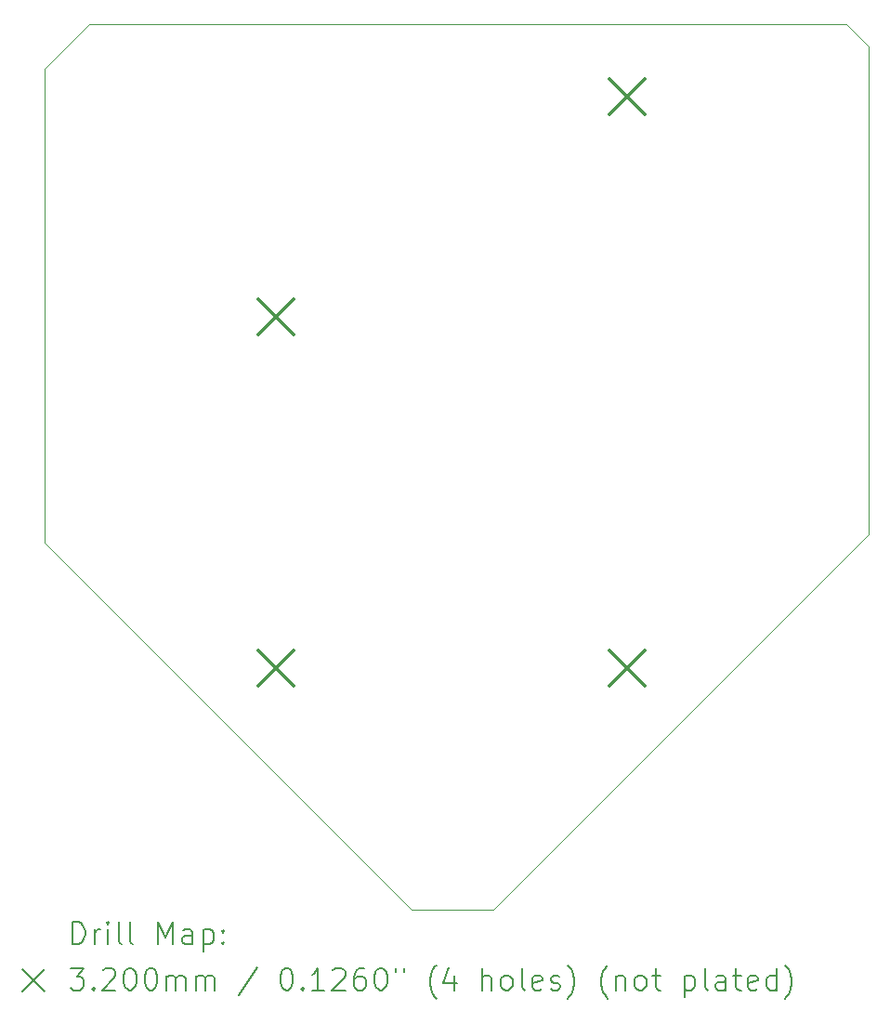
<source format=gbr>
%FSLAX45Y45*%
G04 Gerber Fmt 4.5, Leading zero omitted, Abs format (unit mm)*
G04 Created by KiCad (PCBNEW 5.99.0-unknown-3b7f5a3db7~131~ubuntu20.04.1) date 2021-09-21 13:08:26*
%MOMM*%
%LPD*%
G01*
G04 APERTURE LIST*
%TA.AperFunction,Profile*%
%ADD10C,0.100000*%
%TD*%
%ADD11C,0.200000*%
%ADD12C,0.320000*%
G04 APERTURE END LIST*
D10*
X18935700Y-13970000D02*
X15595600Y-10629900D01*
X15595600Y-6311900D02*
X15595600Y-10629900D01*
X16002000Y-5905500D02*
X15595600Y-6311900D01*
X22898100Y-5905500D02*
X16002000Y-5905500D01*
X23101300Y-6108700D02*
X22898100Y-5905500D01*
X23101300Y-10553700D02*
X23101300Y-6108700D01*
X19685000Y-13970000D02*
X23101300Y-10553700D01*
X18935700Y-13970000D02*
X19685000Y-13970000D01*
D11*
D12*
X17543800Y-8412500D02*
X17863800Y-8732500D01*
X17863800Y-8412500D02*
X17543800Y-8732500D01*
X17543800Y-11612900D02*
X17863800Y-11932900D01*
X17863800Y-11612900D02*
X17543800Y-11932900D01*
X20744200Y-6405900D02*
X21064200Y-6725900D01*
X21064200Y-6405900D02*
X20744200Y-6725900D01*
X20744200Y-11612900D02*
X21064200Y-11932900D01*
X21064200Y-11612900D02*
X20744200Y-11932900D01*
D11*
X15848219Y-14285476D02*
X15848219Y-14085476D01*
X15895838Y-14085476D01*
X15924409Y-14095000D01*
X15943457Y-14114048D01*
X15952981Y-14133095D01*
X15962505Y-14171190D01*
X15962505Y-14199762D01*
X15952981Y-14237857D01*
X15943457Y-14256905D01*
X15924409Y-14275952D01*
X15895838Y-14285476D01*
X15848219Y-14285476D01*
X16048219Y-14285476D02*
X16048219Y-14152143D01*
X16048219Y-14190238D02*
X16057743Y-14171190D01*
X16067267Y-14161667D01*
X16086314Y-14152143D01*
X16105362Y-14152143D01*
X16172028Y-14285476D02*
X16172028Y-14152143D01*
X16172028Y-14085476D02*
X16162505Y-14095000D01*
X16172028Y-14104524D01*
X16181552Y-14095000D01*
X16172028Y-14085476D01*
X16172028Y-14104524D01*
X16295838Y-14285476D02*
X16276790Y-14275952D01*
X16267267Y-14256905D01*
X16267267Y-14085476D01*
X16400600Y-14285476D02*
X16381552Y-14275952D01*
X16372028Y-14256905D01*
X16372028Y-14085476D01*
X16629171Y-14285476D02*
X16629171Y-14085476D01*
X16695838Y-14228333D01*
X16762505Y-14085476D01*
X16762505Y-14285476D01*
X16943457Y-14285476D02*
X16943457Y-14180714D01*
X16933933Y-14161667D01*
X16914886Y-14152143D01*
X16876790Y-14152143D01*
X16857743Y-14161667D01*
X16943457Y-14275952D02*
X16924410Y-14285476D01*
X16876790Y-14285476D01*
X16857743Y-14275952D01*
X16848219Y-14256905D01*
X16848219Y-14237857D01*
X16857743Y-14218809D01*
X16876790Y-14209286D01*
X16924410Y-14209286D01*
X16943457Y-14199762D01*
X17038695Y-14152143D02*
X17038695Y-14352143D01*
X17038695Y-14161667D02*
X17057743Y-14152143D01*
X17095838Y-14152143D01*
X17114886Y-14161667D01*
X17124410Y-14171190D01*
X17133933Y-14190238D01*
X17133933Y-14247381D01*
X17124410Y-14266428D01*
X17114886Y-14275952D01*
X17095838Y-14285476D01*
X17057743Y-14285476D01*
X17038695Y-14275952D01*
X17219648Y-14266428D02*
X17229171Y-14275952D01*
X17219648Y-14285476D01*
X17210124Y-14275952D01*
X17219648Y-14266428D01*
X17219648Y-14285476D01*
X17219648Y-14161667D02*
X17229171Y-14171190D01*
X17219648Y-14180714D01*
X17210124Y-14171190D01*
X17219648Y-14161667D01*
X17219648Y-14180714D01*
X15390600Y-14515000D02*
X15590600Y-14715000D01*
X15590600Y-14515000D02*
X15390600Y-14715000D01*
X15829171Y-14505476D02*
X15952981Y-14505476D01*
X15886314Y-14581667D01*
X15914886Y-14581667D01*
X15933933Y-14591190D01*
X15943457Y-14600714D01*
X15952981Y-14619762D01*
X15952981Y-14667381D01*
X15943457Y-14686428D01*
X15933933Y-14695952D01*
X15914886Y-14705476D01*
X15857743Y-14705476D01*
X15838695Y-14695952D01*
X15829171Y-14686428D01*
X16038695Y-14686428D02*
X16048219Y-14695952D01*
X16038695Y-14705476D01*
X16029171Y-14695952D01*
X16038695Y-14686428D01*
X16038695Y-14705476D01*
X16124409Y-14524524D02*
X16133933Y-14515000D01*
X16152981Y-14505476D01*
X16200600Y-14505476D01*
X16219648Y-14515000D01*
X16229171Y-14524524D01*
X16238695Y-14543571D01*
X16238695Y-14562619D01*
X16229171Y-14591190D01*
X16114886Y-14705476D01*
X16238695Y-14705476D01*
X16362505Y-14505476D02*
X16381552Y-14505476D01*
X16400600Y-14515000D01*
X16410124Y-14524524D01*
X16419648Y-14543571D01*
X16429171Y-14581667D01*
X16429171Y-14629286D01*
X16419648Y-14667381D01*
X16410124Y-14686428D01*
X16400600Y-14695952D01*
X16381552Y-14705476D01*
X16362505Y-14705476D01*
X16343457Y-14695952D01*
X16333933Y-14686428D01*
X16324409Y-14667381D01*
X16314886Y-14629286D01*
X16314886Y-14581667D01*
X16324409Y-14543571D01*
X16333933Y-14524524D01*
X16343457Y-14515000D01*
X16362505Y-14505476D01*
X16552981Y-14505476D02*
X16572028Y-14505476D01*
X16591076Y-14515000D01*
X16600600Y-14524524D01*
X16610124Y-14543571D01*
X16619648Y-14581667D01*
X16619648Y-14629286D01*
X16610124Y-14667381D01*
X16600600Y-14686428D01*
X16591076Y-14695952D01*
X16572028Y-14705476D01*
X16552981Y-14705476D01*
X16533933Y-14695952D01*
X16524409Y-14686428D01*
X16514886Y-14667381D01*
X16505362Y-14629286D01*
X16505362Y-14581667D01*
X16514886Y-14543571D01*
X16524409Y-14524524D01*
X16533933Y-14515000D01*
X16552981Y-14505476D01*
X16705362Y-14705476D02*
X16705362Y-14572143D01*
X16705362Y-14591190D02*
X16714886Y-14581667D01*
X16733933Y-14572143D01*
X16762505Y-14572143D01*
X16781552Y-14581667D01*
X16791076Y-14600714D01*
X16791076Y-14705476D01*
X16791076Y-14600714D02*
X16800600Y-14581667D01*
X16819648Y-14572143D01*
X16848219Y-14572143D01*
X16867267Y-14581667D01*
X16876790Y-14600714D01*
X16876790Y-14705476D01*
X16972029Y-14705476D02*
X16972029Y-14572143D01*
X16972029Y-14591190D02*
X16981552Y-14581667D01*
X17000600Y-14572143D01*
X17029171Y-14572143D01*
X17048219Y-14581667D01*
X17057743Y-14600714D01*
X17057743Y-14705476D01*
X17057743Y-14600714D02*
X17067267Y-14581667D01*
X17086314Y-14572143D01*
X17114886Y-14572143D01*
X17133933Y-14581667D01*
X17143457Y-14600714D01*
X17143457Y-14705476D01*
X17533933Y-14495952D02*
X17362505Y-14753095D01*
X17791076Y-14505476D02*
X17810124Y-14505476D01*
X17829171Y-14515000D01*
X17838695Y-14524524D01*
X17848219Y-14543571D01*
X17857743Y-14581667D01*
X17857743Y-14629286D01*
X17848219Y-14667381D01*
X17838695Y-14686428D01*
X17829171Y-14695952D01*
X17810124Y-14705476D01*
X17791076Y-14705476D01*
X17772029Y-14695952D01*
X17762505Y-14686428D01*
X17752981Y-14667381D01*
X17743457Y-14629286D01*
X17743457Y-14581667D01*
X17752981Y-14543571D01*
X17762505Y-14524524D01*
X17772029Y-14515000D01*
X17791076Y-14505476D01*
X17943457Y-14686428D02*
X17952981Y-14695952D01*
X17943457Y-14705476D01*
X17933933Y-14695952D01*
X17943457Y-14686428D01*
X17943457Y-14705476D01*
X18143457Y-14705476D02*
X18029171Y-14705476D01*
X18086314Y-14705476D02*
X18086314Y-14505476D01*
X18067267Y-14534048D01*
X18048219Y-14553095D01*
X18029171Y-14562619D01*
X18219648Y-14524524D02*
X18229171Y-14515000D01*
X18248219Y-14505476D01*
X18295838Y-14505476D01*
X18314886Y-14515000D01*
X18324410Y-14524524D01*
X18333933Y-14543571D01*
X18333933Y-14562619D01*
X18324410Y-14591190D01*
X18210124Y-14705476D01*
X18333933Y-14705476D01*
X18505362Y-14505476D02*
X18467267Y-14505476D01*
X18448219Y-14515000D01*
X18438695Y-14524524D01*
X18419648Y-14553095D01*
X18410124Y-14591190D01*
X18410124Y-14667381D01*
X18419648Y-14686428D01*
X18429171Y-14695952D01*
X18448219Y-14705476D01*
X18486314Y-14705476D01*
X18505362Y-14695952D01*
X18514886Y-14686428D01*
X18524410Y-14667381D01*
X18524410Y-14619762D01*
X18514886Y-14600714D01*
X18505362Y-14591190D01*
X18486314Y-14581667D01*
X18448219Y-14581667D01*
X18429171Y-14591190D01*
X18419648Y-14600714D01*
X18410124Y-14619762D01*
X18648219Y-14505476D02*
X18667267Y-14505476D01*
X18686314Y-14515000D01*
X18695838Y-14524524D01*
X18705362Y-14543571D01*
X18714886Y-14581667D01*
X18714886Y-14629286D01*
X18705362Y-14667381D01*
X18695838Y-14686428D01*
X18686314Y-14695952D01*
X18667267Y-14705476D01*
X18648219Y-14705476D01*
X18629171Y-14695952D01*
X18619648Y-14686428D01*
X18610124Y-14667381D01*
X18600600Y-14629286D01*
X18600600Y-14581667D01*
X18610124Y-14543571D01*
X18619648Y-14524524D01*
X18629171Y-14515000D01*
X18648219Y-14505476D01*
X18791076Y-14505476D02*
X18791076Y-14543571D01*
X18867267Y-14505476D02*
X18867267Y-14543571D01*
X19162505Y-14781667D02*
X19152981Y-14772143D01*
X19133933Y-14743571D01*
X19124410Y-14724524D01*
X19114886Y-14695952D01*
X19105362Y-14648333D01*
X19105362Y-14610238D01*
X19114886Y-14562619D01*
X19124410Y-14534048D01*
X19133933Y-14515000D01*
X19152981Y-14486428D01*
X19162505Y-14476905D01*
X19324410Y-14572143D02*
X19324410Y-14705476D01*
X19276790Y-14495952D02*
X19229171Y-14638809D01*
X19352981Y-14638809D01*
X19581552Y-14705476D02*
X19581552Y-14505476D01*
X19667267Y-14705476D02*
X19667267Y-14600714D01*
X19657743Y-14581667D01*
X19638695Y-14572143D01*
X19610124Y-14572143D01*
X19591076Y-14581667D01*
X19581552Y-14591190D01*
X19791076Y-14705476D02*
X19772029Y-14695952D01*
X19762505Y-14686428D01*
X19752981Y-14667381D01*
X19752981Y-14610238D01*
X19762505Y-14591190D01*
X19772029Y-14581667D01*
X19791076Y-14572143D01*
X19819648Y-14572143D01*
X19838695Y-14581667D01*
X19848219Y-14591190D01*
X19857743Y-14610238D01*
X19857743Y-14667381D01*
X19848219Y-14686428D01*
X19838695Y-14695952D01*
X19819648Y-14705476D01*
X19791076Y-14705476D01*
X19972029Y-14705476D02*
X19952981Y-14695952D01*
X19943457Y-14676905D01*
X19943457Y-14505476D01*
X20124410Y-14695952D02*
X20105362Y-14705476D01*
X20067267Y-14705476D01*
X20048219Y-14695952D01*
X20038695Y-14676905D01*
X20038695Y-14600714D01*
X20048219Y-14581667D01*
X20067267Y-14572143D01*
X20105362Y-14572143D01*
X20124410Y-14581667D01*
X20133933Y-14600714D01*
X20133933Y-14619762D01*
X20038695Y-14638809D01*
X20210124Y-14695952D02*
X20229171Y-14705476D01*
X20267267Y-14705476D01*
X20286314Y-14695952D01*
X20295838Y-14676905D01*
X20295838Y-14667381D01*
X20286314Y-14648333D01*
X20267267Y-14638809D01*
X20238695Y-14638809D01*
X20219648Y-14629286D01*
X20210124Y-14610238D01*
X20210124Y-14600714D01*
X20219648Y-14581667D01*
X20238695Y-14572143D01*
X20267267Y-14572143D01*
X20286314Y-14581667D01*
X20362505Y-14781667D02*
X20372029Y-14772143D01*
X20391076Y-14743571D01*
X20400600Y-14724524D01*
X20410124Y-14695952D01*
X20419648Y-14648333D01*
X20419648Y-14610238D01*
X20410124Y-14562619D01*
X20400600Y-14534048D01*
X20391076Y-14515000D01*
X20372029Y-14486428D01*
X20362505Y-14476905D01*
X20724410Y-14781667D02*
X20714886Y-14772143D01*
X20695838Y-14743571D01*
X20686314Y-14724524D01*
X20676790Y-14695952D01*
X20667267Y-14648333D01*
X20667267Y-14610238D01*
X20676790Y-14562619D01*
X20686314Y-14534048D01*
X20695838Y-14515000D01*
X20714886Y-14486428D01*
X20724410Y-14476905D01*
X20800600Y-14572143D02*
X20800600Y-14705476D01*
X20800600Y-14591190D02*
X20810124Y-14581667D01*
X20829171Y-14572143D01*
X20857743Y-14572143D01*
X20876790Y-14581667D01*
X20886314Y-14600714D01*
X20886314Y-14705476D01*
X21010124Y-14705476D02*
X20991076Y-14695952D01*
X20981552Y-14686428D01*
X20972029Y-14667381D01*
X20972029Y-14610238D01*
X20981552Y-14591190D01*
X20991076Y-14581667D01*
X21010124Y-14572143D01*
X21038695Y-14572143D01*
X21057743Y-14581667D01*
X21067267Y-14591190D01*
X21076790Y-14610238D01*
X21076790Y-14667381D01*
X21067267Y-14686428D01*
X21057743Y-14695952D01*
X21038695Y-14705476D01*
X21010124Y-14705476D01*
X21133933Y-14572143D02*
X21210124Y-14572143D01*
X21162505Y-14505476D02*
X21162505Y-14676905D01*
X21172029Y-14695952D01*
X21191076Y-14705476D01*
X21210124Y-14705476D01*
X21429171Y-14572143D02*
X21429171Y-14772143D01*
X21429171Y-14581667D02*
X21448219Y-14572143D01*
X21486314Y-14572143D01*
X21505362Y-14581667D01*
X21514886Y-14591190D01*
X21524410Y-14610238D01*
X21524410Y-14667381D01*
X21514886Y-14686428D01*
X21505362Y-14695952D01*
X21486314Y-14705476D01*
X21448219Y-14705476D01*
X21429171Y-14695952D01*
X21638695Y-14705476D02*
X21619648Y-14695952D01*
X21610124Y-14676905D01*
X21610124Y-14505476D01*
X21800600Y-14705476D02*
X21800600Y-14600714D01*
X21791076Y-14581667D01*
X21772029Y-14572143D01*
X21733933Y-14572143D01*
X21714886Y-14581667D01*
X21800600Y-14695952D02*
X21781552Y-14705476D01*
X21733933Y-14705476D01*
X21714886Y-14695952D01*
X21705362Y-14676905D01*
X21705362Y-14657857D01*
X21714886Y-14638809D01*
X21733933Y-14629286D01*
X21781552Y-14629286D01*
X21800600Y-14619762D01*
X21867267Y-14572143D02*
X21943457Y-14572143D01*
X21895838Y-14505476D02*
X21895838Y-14676905D01*
X21905362Y-14695952D01*
X21924410Y-14705476D01*
X21943457Y-14705476D01*
X22086314Y-14695952D02*
X22067267Y-14705476D01*
X22029171Y-14705476D01*
X22010124Y-14695952D01*
X22000600Y-14676905D01*
X22000600Y-14600714D01*
X22010124Y-14581667D01*
X22029171Y-14572143D01*
X22067267Y-14572143D01*
X22086314Y-14581667D01*
X22095838Y-14600714D01*
X22095838Y-14619762D01*
X22000600Y-14638809D01*
X22267267Y-14705476D02*
X22267267Y-14505476D01*
X22267267Y-14695952D02*
X22248219Y-14705476D01*
X22210124Y-14705476D01*
X22191076Y-14695952D01*
X22181552Y-14686428D01*
X22172029Y-14667381D01*
X22172029Y-14610238D01*
X22181552Y-14591190D01*
X22191076Y-14581667D01*
X22210124Y-14572143D01*
X22248219Y-14572143D01*
X22267267Y-14581667D01*
X22343457Y-14781667D02*
X22352981Y-14772143D01*
X22372028Y-14743571D01*
X22381552Y-14724524D01*
X22391076Y-14695952D01*
X22400600Y-14648333D01*
X22400600Y-14610238D01*
X22391076Y-14562619D01*
X22381552Y-14534048D01*
X22372028Y-14515000D01*
X22352981Y-14486428D01*
X22343457Y-14476905D01*
M02*

</source>
